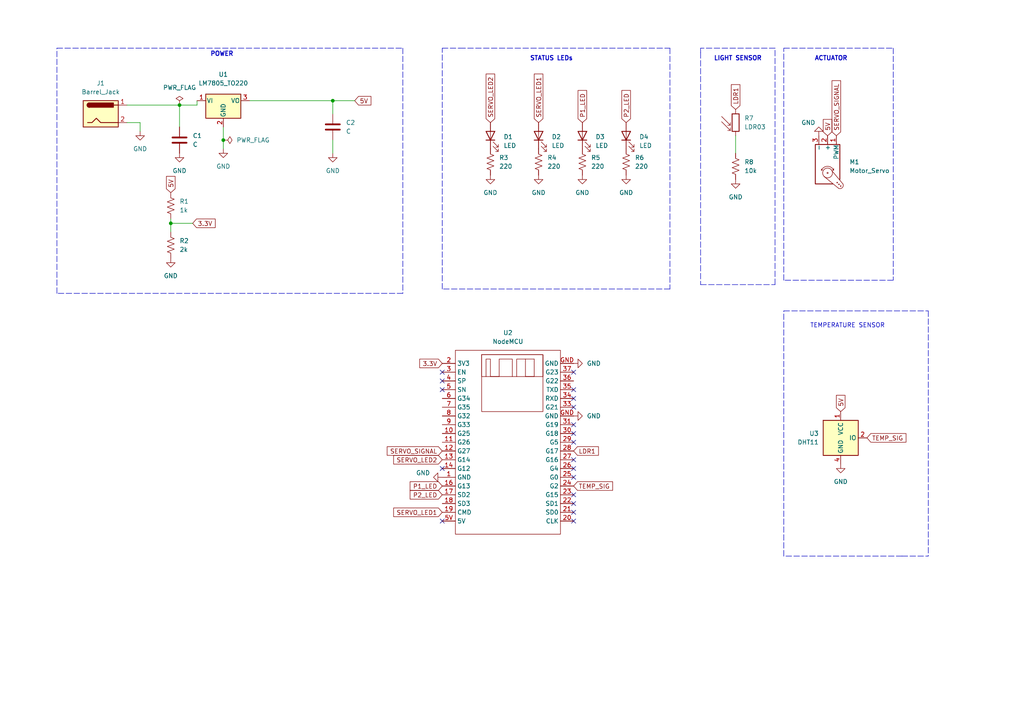
<source format=kicad_sch>
(kicad_sch (version 20211123) (generator eeschema)
  (paper "A4")
  (title_block (title "Process Status System For IC class") (date "2022-06-01") (rev "1") (company "JKUAT ECE 4.1/2022"))
  (lib_symbols
    (symbol "Connector:Barrel_Jack" (pin_names (offset 1.016))
      (property "Reference" "J" (at 0 5.334 0))
      (property "Value" "Barrel_Jack" (at 0 -5.08 0))
      (symbol "Barrel_Jack_0_1"
        (rectangle (start -5.08 3.81) (end 5.08 -3.81) (stroke (width 0.254)) (fill (type background)))
        (arc (start -3.302 3.175) (mid -3.937 2.54) (end -3.302 1.905) (stroke (width 0.254)))
        (arc (start -3.302 3.175) (mid -3.937 2.54) (end -3.302 1.905) (stroke (width 0.254)) (fill (type outline)))
        (polyline (pts (xy 5.08 2.54) (xy 3.81 2.54)) (stroke (width 0.254)))
        (polyline (pts (xy -3.81 -2.54) (xy -2.54 -2.54) (xy -1.27 -1.27) (xy 0 -2.54) (xy 2.54 -2.54) (xy 5.08 -2.54)) (stroke (width 0.254)))
        (rectangle (start 3.683 3.175) (end -3.302 1.905) (stroke (width 0.254)) (fill (type outline)))
      )
      (symbol "Barrel_Jack_1_1"
        (pin passive line (at 7.62 2.54 180) (length 2.54) (name "~") (number "1"))
        (pin passive line (at 7.62 -2.54 180) (length 2.54) (name "~") (number "2"))
      )
    )
    (symbol "DEV_BOARDS:NodeMCU"
      (property "Reference" "U" (at 13.97 3.81 0))
      (property "Value" "NodeMCU" (at 13.97 1.27 0))
      (symbol "NodeMCU_0_1"
        (polyline (pts (xy 20.32 -2.54) (xy 20.32 -7.62) (xy 22.86 -7.62) (xy 22.86 -2.54)))
        (polyline (pts (xy 22.86 -2.54) (xy 20.32 -2.54) (xy 17.78 -2.54) (xy 17.78 -7.62)))
        (polyline (pts (xy 8.89 -7.62) (xy 8.89 -2.54) (xy 10.16 -2.54) (xy 10.16 -7.62) (xy 12.7 -7.62) (xy 12.7 -2.54) (xy 16.51 -2.54) (xy 16.51 -7.62)))
        (rectangle (start 0 0) (end 30.48 -53.34))
        (rectangle (start 7.62 -1.27) (end 7.62 -1.27))
        (rectangle (start 7.62 -1.27) (end 7.62 -1.27))
        (rectangle (start 7.62 -1.27) (end 25.4 -17.78))
        (rectangle (start 25.4 -7.62) (end 7.62 -1.27))
      )
      (symbol "NodeMCU_1_1"
        (pin passive line (at -3.81 -36.83 0) (length 3.81) (name "GND") (number "1"))
        (pin passive line (at -3.81 -24.13 0) (length 3.81) (name "G25") (number "10"))
        (pin passive line (at -3.81 -26.67 0) (length 3.81) (name "G26") (number "11"))
        (pin passive line (at -3.81 -29.21 0) (length 3.81) (name "G27") (number "12"))
        (pin passive line (at -3.81 -31.75 0) (length 3.81) (name "G14") (number "13"))
        (pin passive line (at -3.81 -34.29 0) (length 3.81) (name "G12") (number "14"))
        (pin passive line (at -3.81 -39.37 0) (length 3.81) (name "G13") (number "16"))
        (pin passive line (at -3.81 -41.91 0) (length 3.81) (name "SD2") (number "17"))
        (pin passive line (at -3.81 -44.45 0) (length 3.81) (name "SD3") (number "18"))
        (pin passive line (at -3.81 -46.99 0) (length 3.81) (name "CMD") (number "19"))
        (pin passive line (at -3.81 -3.81 0) (length 3.81) (name "3V3") (number "2"))
        (pin passive line (at 34.29 -49.53 180) (length 3.81) (name "CLK") (number "20"))
        (pin passive line (at 34.29 -46.99 180) (length 3.81) (name "SD0") (number "21"))
        (pin passive line (at 34.29 -44.45 180) (length 3.81) (name "SD1") (number "22"))
        (pin passive line (at 34.29 -41.91 180) (length 3.81) (name "G15") (number "23"))
        (pin passive line (at 34.29 -39.37 180) (length 3.81) (name "G2") (number "24"))
        (pin passive line (at 34.29 -36.83 180) (length 3.81) (name "G0") (number "25"))
        (pin passive line (at 34.29 -34.29 180) (length 3.81) (name "G4") (number "26"))
        (pin passive line (at 34.29 -31.75 180) (length 3.81) (name "G16") (number "27"))
        (pin passive line (at 34.29 -29.21 180) (length 3.81) (name "G17") (number "28"))
        (pin passive line (at 34.29 -26.67 180) (length 3.81) (name "G5") (number "29"))
        (pin passive line (at -3.81 -6.35 0) (length 3.81) (name "EN") (number "3"))
        (pin passive line (at 34.29 -24.13 180) (length 3.81) (name "G18") (number "30"))
        (pin passive line (at 34.29 -21.59 180) (length 3.81) (name "G19") (number "31"))
        (pin passive line (at 34.29 -16.51 180) (length 3.81) (name "G21") (number "33"))
        (pin passive line (at 34.29 -13.97 180) (length 3.81) (name "RXD") (number "34"))
        (pin passive line (at 34.29 -11.43 180) (length 3.81) (name "TXD") (number "35"))
        (pin passive line (at 34.29 -8.89 180) (length 3.81) (name "G22") (number "36"))
        (pin passive line (at 34.29 -6.35 180) (length 3.81) (name "G23") (number "37"))
        (pin passive line (at -3.81 -8.89 0) (length 3.81) (name "SP") (number "4"))
        (pin passive line (at -3.81 -11.43 0) (length 3.81) (name "SN") (number "5"))
        (pin passive line (at -3.81 -49.53 0) (length 3.81) (name "5V") (number "5V"))
        (pin passive line (at -3.81 -13.97 0) (length 3.81) (name "G34") (number "6"))
        (pin passive line (at -3.81 -16.51 0) (length 3.81) (name "G35") (number "7"))
        (pin passive line (at -3.81 -19.05 0) (length 3.81) (name "G32") (number "8"))
        (pin passive line (at -3.81 -21.59 0) (length 3.81) (name "G33") (number "9"))
        (pin passive line (at 34.29 -19.05 180) (length 3.81) (name "GND") (number "GND"))
        (pin passive line (at 34.29 -3.81 180) (length 3.81) (name "GND") (number "GND"))
      )
    )
    (symbol "Device:C" (pin_numbers hide) (pin_names (offset 0.254))
      (property "Reference" "C" (at 0.635 2.54 0))
      (property "Value" "C" (at 0.635 -2.54 0))
      (symbol "C_0_1"
        (polyline (pts (xy -2.032 -0.762) (xy 2.032 -0.762)) (stroke (width 0.508)))
        (polyline (pts (xy -2.032 0.762) (xy 2.032 0.762)) (stroke (width 0.508)))
      )
      (symbol "C_1_1"
        (pin passive line (at 0 3.81 270) (length 2.794) (name "~") (number "1"))
        (pin passive line (at 0 -3.81 90) (length 2.794) (name "~") (number "2"))
      )
    )
    (symbol "Device:LED" (pin_numbers hide) (pin_names (offset 1.016) hide)
      (property "Reference" "D" (at 0 2.54 0))
      (property "Value" "LED" (at 0 -2.54 0))
      (symbol "LED_0_1"
        (polyline (pts (xy -1.27 -1.27) (xy -1.27 1.27)) (stroke (width 0.254)))
        (polyline (pts (xy -1.27 0) (xy 1.27 0)))
        (polyline (pts (xy 1.27 -1.27) (xy 1.27 1.27) (xy -1.27 0) (xy 1.27 -1.27)) (stroke (width 0.254)))
        (polyline (pts (xy -3.048 -0.762) (xy -4.572 -2.286) (xy -3.81 -2.286) (xy -4.572 -2.286) (xy -4.572 -1.524)))
        (polyline (pts (xy -1.778 -0.762) (xy -3.302 -2.286) (xy -2.54 -2.286) (xy -3.302 -2.286) (xy -3.302 -1.524)))
      )
      (symbol "LED_1_1"
        (pin passive line (at -3.81 0 0) (length 2.54) (name "K") (number "1"))
        (pin passive line (at 3.81 0 180) (length 2.54) (name "A") (number "2"))
      )
    )
    (symbol "Device:R_US" (pin_numbers hide) (pin_names (offset 0))
      (property "Reference" "R" (at 2.54 0 90))
      (property "Value" "R_US" (at -2.54 0 90))
      (symbol "R_US_0_1"
        (polyline (pts (xy 0 -2.286) (xy 0 -2.54)))
        (polyline (pts (xy 0 2.286) (xy 0 2.54)))
        (polyline (pts (xy 0 -0.762) (xy 1.016 -1.143) (xy 0 -1.524) (xy -1.016 -1.905) (xy 0 -2.286)))
        (polyline (pts (xy 0 0.762) (xy 1.016 0.381) (xy 0 0) (xy -1.016 -0.381) (xy 0 -0.762)))
        (polyline (pts (xy 0 2.286) (xy 1.016 1.905) (xy 0 1.524) (xy -1.016 1.143) (xy 0 0.762)))
      )
      (symbol "R_US_1_1"
        (pin passive line (at 0 3.81 270) (length 1.27) (name "~") (number "1"))
        (pin passive line (at 0 -3.81 90) (length 1.27) (name "~") (number "2"))
      )
    )
    (symbol "Motor:Motor_Servo" (pin_names (offset 0.0254))
      (property "Reference" "M" (at -5.08 4.445 0))
      (property "Value" "Motor_Servo" (at -5.08 -4.064 0))
      (symbol "Motor_Servo_0_1"
        (polyline (pts (xy 2.413 -1.778) (xy 2.032 -1.778)))
        (polyline (pts (xy 2.413 -1.778) (xy 2.286 -1.397)))
        (polyline (pts (xy 2.413 1.778) (xy 1.905 1.778)))
        (polyline (pts (xy 2.413 1.778) (xy 2.286 1.397)))
        (polyline (pts (xy 6.35 4.445) (xy 2.54 1.27)))
        (polyline (pts (xy 7.62 3.175) (xy 4.191 -1.016)))
        (polyline (pts (xy 5.08 3.556) (xy -5.08 3.556) (xy -5.08 -3.556) (xy 6.35 -3.556) (xy 6.35 1.524)) (stroke (width 0.254)))
        (arc (start 2.413 1.778) (mid 1.2406 0) (end 2.413 -1.778))
        (circle (center 3.175 0) (radius 0.1778))
        (circle (center 3.175 0) (radius 1.4224))
        (circle (center 5.969 2.794) (radius 0.127))
        (circle (center 6.477 3.302) (radius 0.127))
        (circle (center 6.985 3.81) (radius 0.127))
        (arc (start 7.62 3.175) (mid 7.4485 4.2735) (end 6.35 4.445))
      )
      (symbol "Motor_Servo_1_1"
        (pin passive line (at -7.62 2.54 0) (length 2.54) (name "PWM") (number "1"))
        (pin passive line (at -7.62 0 0) (length 2.54) (name "+") (number "2"))
        (pin passive line (at -7.62 -2.54 0) (length 2.54) (name "-") (number "3"))
      )
    )
    (symbol "Regulator_Linear:LM7805_TO220" (pin_names (offset 0.254))
      (property "Reference" "U" (at -3.81 3.175 0))
      (property "Value" "LM7805_TO220" (at 0 3.175 0))
      (symbol "LM7805_TO220_0_1"
        (rectangle (start -5.08 1.905) (end 5.08 -5.08) (stroke (width 0.254)) (fill (type background)))
      )
      (symbol "LM7805_TO220_1_1"
        (pin power_in line (at -7.62 0 0) (length 2.54) (name "VI") (number "1"))
        (pin power_in line (at 0 -7.62 90) (length 2.54) (name "GND") (number "2"))
        (pin power_out line (at 7.62 0 180) (length 2.54) (name "VO") (number "3"))
      )
    )
    (symbol "Sensor:DHT11"
      (property "Reference" "U" (at -3.81 6.35 0))
      (property "Value" "DHT11" (at 3.81 6.35 0))
      (symbol "DHT11_0_1"
        (rectangle (start -5.08 5.08) (end 5.08 -5.08) (stroke (width 0.254)) (fill (type background)))
      )
      (symbol "DHT11_1_1"
        (pin power_in line (at 0 7.62 270) (length 2.54) (name "VCC") (number "1"))
        (pin bidirectional line (at 7.62 0 180) (length 2.54) (name "IO") (number "2"))
        (pin no_connect line (at -5.08 0 0) (length 2.54) hide (name "NC") (number "3"))
        (pin power_in line (at 0 -7.62 90) (length 2.54) (name "GND") (number "4"))
      )
    )
    (symbol "Sensor_Optical:LDR03" (pin_numbers hide) (pin_names (offset 0))
      (property "Reference" "R" (at -5.08 0 90))
      (property "Value" "LDR03" (at 1.905 0 90))
      (symbol "LDR03_0_1"
        (rectangle (start -1.016 2.54) (end 1.016 -2.54) (stroke (width 0.254)))
        (polyline (pts (xy -1.524 -2.286) (xy -4.064 0.254)))
        (polyline (pts (xy -1.524 -2.286) (xy -2.286 -2.286)))
        (polyline (pts (xy -1.524 -2.286) (xy -1.524 -1.524)))
        (polyline (pts (xy -1.524 -0.762) (xy -4.064 1.778)))
        (polyline (pts (xy -1.524 -0.762) (xy -2.286 -0.762)))
        (polyline (pts (xy -1.524 -0.762) (xy -1.524 0)))
      )
      (symbol "LDR03_1_1"
        (pin passive line (at 0 3.81 270) (length 1.27) (name "~") (number "1"))
        (pin passive line (at 0 -3.81 90) (length 1.27) (name "~") (number "2"))
      )
    )
    (symbol "power:GND" (power) (pin_names (offset 0))
      (property "Value" "GND" (at 0 -3.81 0))
      (symbol "GND_0_1"
        (polyline (pts (xy 0 0) (xy 0 -1.27) (xy 1.27 -1.27) (xy 0 -2.54) (xy -1.27 -1.27) (xy 0 -1.27)))
      )
      (symbol "GND_1_1"
        (pin power_in line (at 0 0 270) (length 0) hide (name "GND") (number "1"))
      )
    )
    (symbol "power:PWR_FLAG" (power) (pin_numbers hide) (pin_names (offset 0) hide)
      (property "Value" "PWR_FLAG" (at 0 3.81 0))
      (symbol "PWR_FLAG_0_0"
        (pin power_out line (at 0 0 90) (length 0) (name "pwr") (number "1"))
      )
      (symbol "PWR_FLAG_0_1"
        (polyline (pts (xy 0 0) (xy 0 1.27) (xy -1.016 1.905) (xy 0 2.54) (xy 1.016 1.905) (xy 0 1.27)))
      )
    )
  )
  (junction (at 64.77 40.64))
  (junction (at 96.52 29.21))
  (junction (at 49.53 64.77))
  (junction (at 52.07 30.48))
  (no_connect (at 166.37 125.73))
  (no_connect (at 166.37 143.51))
  (no_connect (at 128.27 151.13))
  (no_connect (at 166.37 148.59))
  (no_connect (at 166.37 151.13))
  (no_connect (at 166.37 113.03))
  (no_connect (at 166.37 146.05))
  (no_connect (at 166.37 115.57))
  (no_connect (at 166.37 107.95))
  (no_connect (at 166.37 123.19))
  (no_connect (at 166.37 128.27))
  (no_connect (at 128.27 107.95))
  (no_connect (at 166.37 133.35))
  (no_connect (at 166.37 135.89))
  (no_connect (at 128.27 135.89))
  (no_connect (at 128.27 110.49))
  (no_connect (at 166.37 138.43))
  (no_connect (at 166.37 118.11))
  (no_connect (at 128.27 113.03))
  (polyline (pts (xy 116.84 13.97) (xy 116.84 85.09)))
  (polyline (pts (xy 128.27 13.97) (xy 133.35 13.97)))
  (wire (pts (xy 49.53 63.5) (xy 49.53 64.77)))
  (wire (pts (xy 36.83 35.56) (xy 40.64 35.56)))
  (polyline (pts (xy 203.2 13.97) (xy 203.2 15.24)))
  (polyline (pts (xy 203.2 15.24) (xy 203.2 82.55)))
  (polyline (pts (xy 261.62 161.29) (xy 269.24 161.29)))
  (wire (pts (xy 52.07 30.48) (xy 57.15 30.48)))
  (polyline (pts (xy 16.51 13.97) (xy 116.84 13.97)))
  (wire (pts (xy 96.52 29.21) (xy 96.52 33.02)))
  (wire (pts (xy 52.07 30.48) (xy 52.07 36.83)))
  (polyline (pts (xy 194.31 13.97) (xy 194.31 83.82)))
  (wire (pts (xy 96.52 29.21) (xy 102.87 29.21)))
  (polyline (pts (xy 116.84 85.09) (xy 16.51 85.09)))
  (wire (pts (xy 64.77 36.83) (xy 64.77 40.64)))
  (polyline (pts (xy 259.08 81.28) (xy 227.33 81.28)))
  (wire (pts (xy 64.77 40.64) (xy 64.77 43.18)))
  (polyline (pts (xy 194.31 83.82) (xy 128.27 83.82)))
  (polyline (pts (xy 224.79 13.97) (xy 203.2 13.97)))
  (polyline (pts (xy 259.08 13.97) (xy 259.08 81.28)))
  (polyline (pts (xy 227.33 90.17) (xy 269.24 90.17)))
  (polyline (pts (xy 128.27 83.82) (xy 128.27 13.97)))
  (wire (pts (xy 40.64 35.56) (xy 40.64 38.1)))
  (polyline (pts (xy 227.33 81.28) (xy 227.33 13.97)))
  (wire (pts (xy 213.36 39.37) (xy 213.36 44.45)))
  (polyline (pts (xy 261.62 161.29) (xy 227.33 161.29)))
  (wire (pts (xy 36.83 30.48) (xy 52.07 30.48)))
  (wire (pts (xy 49.53 64.77) (xy 49.53 67.31)))
  (polyline (pts (xy 203.2 82.55) (xy 224.79 82.55)))
  (polyline (pts (xy 16.51 85.09) (xy 16.51 13.97)))
  (wire (pts (xy 49.53 64.77) (xy 55.88 64.77)))
  (wire (pts (xy 96.52 40.64) (xy 96.52 44.45)))
  (wire (pts (xy 72.39 29.21) (xy 96.52 29.21)))
  (polyline (pts (xy 227.33 161.29) (xy 227.33 90.17)))
  (polyline (pts (xy 133.35 13.97) (xy 194.31 13.97)))
  (polyline (pts (xy 224.79 82.55) (xy 224.79 13.97)))
  (polyline (pts (xy 227.33 13.97) (xy 259.08 13.97)))
  (polyline (pts (xy 269.24 90.17) (xy 269.24 161.29)))
  (wire (pts (xy 57.15 30.48) (xy 57.15 29.21)))
  (text "LIGHT SENSOR\n" (at 207.01 17.78 0) (effects (font (size 1.27 1.27) bold) (justify left bottom)))
  (text "ACTUATOR\n" (at 236.22 17.78 0) (effects (font (size 1.27 1.27) (thickness 0.254) bold) (justify left bottom)))
  (text "POWER" (at 60.96 16.51 0) (effects (font (size 1.27 1.27) bold) (justify left bottom)))
  (text "STATUS LEDs" (at 153.67 17.78 0) (effects (font (size 1.27 1.27) bold) (justify left bottom)))
  (text "TEMPERATURE SENSOR" (at 234.95 95.25 0) (effects (font (size 1.27 1.27)) (justify left bottom)))
  (global_label "TEMP_SIG" (shape input) (at 251.46 127 0) (property "Intersheet References" "${INTERSHEET_REFS}" (effects hide)))
  (global_label "SERVO_LED2" (shape input) (at 142.24 35.56 90) (property "Intersheet References" "${INTERSHEET_REFS}" (effects hide)))
  (global_label "5V" (shape input) (at 102.87 29.21 0) (property "Intersheet References" "${INTERSHEET_REFS}" (effects hide)))
  (global_label "SERVO_LED2" (shape input) (at 128.27 133.35 180) (property "Intersheet References" "${INTERSHEET_REFS}" (effects hide)))
  (global_label "5V" (shape input) (at 49.53 55.88 90) (property "Intersheet References" "${INTERSHEET_REFS}" (effects hide)))
  (global_label "TEMP_SIG" (shape input) (at 166.37 140.97 0) (property "Intersheet References" "${INTERSHEET_REFS}" (effects hide)))
  (global_label "P1_LED" (shape input) (at 128.27 140.97 180) (property "Intersheet References" "${INTERSHEET_REFS}" (effects hide)))
  (global_label "P2_LED" (shape input) (at 128.27 143.51 180) (property "Intersheet References" "${INTERSHEET_REFS}" (effects hide)))
  (global_label "SERVO_LED1" (shape input) (at 156.21 35.56 90) (property "Intersheet References" "${INTERSHEET_REFS}" (effects hide)))
  (global_label "LDR1" (shape input) (at 166.37 130.81 0) (property "Intersheet References" "${INTERSHEET_REFS}" (effects hide)))
  (global_label "3.3V" (shape input) (at 55.88 64.77 0) (property "Intersheet References" "${INTERSHEET_REFS}" (effects hide)))
  (global_label "P1_LED" (shape input) (at 168.91 35.56 90) (property "Intersheet References" "${INTERSHEET_REFS}" (effects hide)))
  (global_label "5V" (shape input) (at 240.03 39.37 90) (property "Intersheet References" "${INTERSHEET_REFS}" (effects hide)))
  (global_label "SERVO_LED1" (shape input) (at 128.27 148.59 180) (property "Intersheet References" "${INTERSHEET_REFS}" (effects hide)))
  (global_label "P2_LED" (shape input) (at 181.61 35.56 90) (property "Intersheet References" "${INTERSHEET_REFS}" (effects hide)))
  (global_label "LDR1" (shape input) (at 213.36 31.75 90) (property "Intersheet References" "${INTERSHEET_REFS}" (effects hide)))
  (global_label "SERVO_SIGNAL" (shape input) (at 128.27 130.81 180) (property "Intersheet References" "${INTERSHEET_REFS}" (effects hide)))
  (global_label "3.3V" (shape input) (at 128.27 105.41 180) (property "Intersheet References" "${INTERSHEET_REFS}" (effects hide)))
  (global_label "SERVO_SIGNAL" (shape input) (at 242.57 39.37 90) (property "Intersheet References" "${INTERSHEET_REFS}" (effects hide)))
  (global_label "5V" (shape input) (at 243.84 119.38 90) (property "Intersheet References" "${INTERSHEET_REFS}" (effects hide)))
  (symbol (lib_id "power:PWR_FLAG") (at 52.07 30.48 0) (unit 1)
    (property "Reference" "#FLG01" (effects hide))
    (property "Value" "PWR_FLAG" (at 52.07 25.4 0))
  )
  (symbol (lib_id "Device:R_US") (at 213.36 48.26 0) (unit 1)
    (property "Reference" "R8" (at 215.9 46.9899 0) (effects (justify left)))
    (property "Value" "10k" (at 215.9 49.5299 0) (effects (justify left)))
    (property "Footprint" "Resistor_THT:R_Axial_DIN0204_L3.6mm_D1.6mm_P7.62mm_Horizontal" (effects hide))
  )
  (symbol (lib_id "power:GND") (at 181.61 50.8 0) (unit 1)
    (property "Reference" "#PWR09" (effects hide))
    (property "Value" "GND" (at 181.61 55.88 0))
  )
  (symbol (lib_id "power:PWR_FLAG") (at 64.77 40.64 270) (unit 1)
    (property "Reference" "#FLG0101" (effects hide))
    (property "Value" "PWR_FLAG" (at 68.58 40.6399 90) (effects (justify left)))
  )
  (symbol (lib_id "power:GND") (at 243.84 134.62 0) (unit 1)
    (property "Reference" "#PWR015" (effects hide))
    (property "Value" "GND" (at 243.84 139.7 0))
  )
  (symbol (lib_id "power:GND") (at 142.24 50.8 0) (unit 1)
    (property "Reference" "#PWR06" (effects hide))
    (property "Value" "GND" (at 142.24 55.88 0))
  )
  (symbol (lib_id "power:GND") (at 166.37 120.65 90) (unit 1)
    (property "Reference" "#PWR014" (effects hide))
    (property "Value" "GND" (at 170.18 120.6499 90) (effects (justify right)))
  )
  (symbol (lib_id "power:GND") (at 166.37 105.41 90) (unit 1)
    (property "Reference" "#PWR013" (effects hide))
    (property "Value" "GND" (at 170.18 105.4099 90) (effects (justify right)))
  )
  (symbol (lib_id "power:GND") (at 64.77 43.18 0) (unit 1)
    (property "Reference" "#PWR04" (effects hide))
    (property "Value" "GND" (at 64.77 48.26 0))
  )
  (symbol (lib_id "Motor:Motor_Servo") (at 240.03 46.99 270) (unit 1)
    (property "Reference" "M1" (at 246.38 46.9787 90) (effects (justify left)))
    (property "Value" "Motor_Servo" (at 246.38 49.5187 90) (effects (justify left)))
    (property "Footprint" "Connector_PinHeader_2.54mm:PinHeader_1x03_P2.54mm_Vertical" (effects hide))
    (property "Datasheet" "http://forums.parallax.com/uploads/attachments/46831/74481.png" (effects hide))
  )
  (symbol (lib_id "Device:R_US") (at 49.53 59.69 0) (unit 1)
    (property "Reference" "R1" (at 52.07 58.4199 0) (effects (justify left)))
    (property "Value" "1k" (at 52.07 60.9599 0) (effects (justify left)))
    (property "Footprint" "Resistor_THT:R_Axial_DIN0204_L3.6mm_D1.6mm_P7.62mm_Horizontal" (effects hide))
  )
  (symbol (lib_id "power:GND") (at 52.07 44.45 0) (unit 1)
    (property "Reference" "#PWR03" (effects hide))
    (property "Value" "GND" (at 52.07 49.53 0))
  )
  (symbol (lib_id "Device:R_US") (at 142.24 46.99 0) (unit 1)
    (property "Reference" "R3" (at 144.78 45.7199 0) (effects (justify left)))
    (property "Value" "220" (at 144.78 48.2599 0) (effects (justify left)))
    (property "Footprint" "Resistor_THT:R_Axial_DIN0204_L3.6mm_D1.6mm_P7.62mm_Horizontal" (effects hide))
  )
  (symbol (lib_id "power:GND") (at 156.21 50.8 0) (unit 1)
    (property "Reference" "#PWR07" (effects hide))
    (property "Value" "GND" (at 156.21 55.88 0))
  )
  (symbol (lib_id "Device:LED") (at 168.91 39.37 90) (unit 1)
    (property "Reference" "D3" (at 172.72 39.6874 90) (effects (justify right)))
    (property "Value" "LED" (at 172.72 42.2274 90) (effects (justify right)))
    (property "Footprint" "LED_THT:LED_D5.0mm" (effects hide))
  )
  (symbol (lib_id "DEV_BOARDS:NodeMCU") (at 132.08 101.6 0) (unit 1)
    (property "Reference" "U2" (at 147.32 96.52 0))
    (property "Value" "NodeMCU" (at 147.32 99.06 0))
    (property "Footprint" "NodeMCU-DEVKITV1:ESP32-DOIT-DEVKIT" (effects hide))
  )
  (symbol (lib_id "Regulator_Linear:LM7805_TO220") (at 64.77 29.21 0) (unit 1)
    (property "Reference" "U1" (at 64.77 21.59 0))
    (property "Value" "LM7805_TO220" (at 64.77 24.13 0))
    (property "Footprint" "Package_TO_SOT_THT:TO-220-3_Vertical" (effects hide))
    (property "Datasheet" "https://www.onsemi.cn/PowerSolutions/document/MC7800-D.PDF" (effects hide))
  )
  (symbol (lib_id "Device:LED") (at 156.21 39.37 90) (unit 1)
    (property "Reference" "D2" (at 160.02 39.6874 90) (effects (justify right)))
    (property "Value" "LED" (at 160.02 42.2274 90) (effects (justify right)))
    (property "Footprint" "LED_THT:LED_D5.0mm" (effects hide))
  )
  (symbol (lib_id "Sensor:DHT11") (at 243.84 127 0) (unit 1)
    (property "Reference" "U3" (at 237.49 125.7299 0) (effects (justify right)))
    (property "Value" "DHT11" (at 237.49 128.2699 0) (effects (justify right)))
    (property "Footprint" "Sensor:Aosong_DHT11_5.5x12.0_P2.54mm" (effects hide))
    (property "Datasheet" "http://akizukidenshi.com/download/ds/aosong/DHT11.pdf" (effects hide))
  )
  (symbol (lib_id "power:GND") (at 40.64 38.1 0) (unit 1)
    (property "Reference" "#PWR01" (effects hide))
    (property "Value" "GND" (at 40.64 43.18 0))
  )
  (symbol (lib_id "Connector:Barrel_Jack") (at 29.21 33.02 0) (unit 1)
    (property "Reference" "J1" (at 29.21 24.13 0))
    (property "Value" "Barrel_Jack" (at 29.21 26.67 0))
    (property "Footprint" "Connector_BarrelJack:BarrelJack_GCT_DCJ200-10-A_Horizontal" (effects hide))
  )
  (symbol (lib_id "Device:C") (at 96.52 36.83 0) (unit 1)
    (property "Reference" "C2" (at 100.33 35.5599 0) (effects (justify left)))
    (property "Value" "C" (at 100.33 38.0999 0) (effects (justify left)))
    (property "Footprint" "Capacitor_THT:CP_Radial_D8.0mm_P2.50mm" (effects hide))
  )
  (symbol (lib_id "power:GND") (at 168.91 50.8 0) (unit 1)
    (property "Reference" "#PWR08" (effects hide))
    (property "Value" "GND" (at 168.91 55.88 0))
  )
  (symbol (lib_id "Device:R_US") (at 49.53 71.12 0) (unit 1)
    (property "Reference" "R2" (at 52.07 69.8499 0) (effects (justify left)))
    (property "Value" "2k" (at 52.07 72.3899 0) (effects (justify left)))
    (property "Footprint" "Resistor_THT:R_Axial_DIN0204_L3.6mm_D1.6mm_P7.62mm_Horizontal" (effects hide))
  )
  (symbol (lib_id "Device:C") (at 52.07 40.64 0) (unit 1)
    (property "Reference" "C1" (at 55.88 39.3699 0) (effects (justify left)))
    (property "Value" "C" (at 55.88 41.9099 0) (effects (justify left)))
    (property "Footprint" "Capacitor_THT:CP_Radial_D8.0mm_P2.50mm" (effects hide))
  )
  (symbol (lib_id "power:GND") (at 96.52 44.45 0) (unit 1)
    (property "Reference" "#PWR05" (effects hide))
    (property "Value" "GND" (at 96.52 49.53 0))
  )
  (symbol (lib_id "Device:R_US") (at 168.91 46.99 0) (unit 1)
    (property "Reference" "R5" (at 171.45 45.7199 0) (effects (justify left)))
    (property "Value" "220" (at 171.45 48.2599 0) (effects (justify left)))
    (property "Footprint" "Resistor_THT:R_Axial_DIN0204_L3.6mm_D1.6mm_P7.62mm_Horizontal" (effects hide))
  )
  (symbol (lib_id "power:GND") (at 49.53 74.93 0) (unit 1)
    (property "Reference" "#PWR02" (effects hide))
    (property "Value" "GND" (at 49.53 80.01 0))
  )
  (symbol (lib_id "Device:LED") (at 181.61 39.37 90) (unit 1)
    (property "Reference" "D4" (at 185.42 39.6874 90) (effects (justify right)))
    (property "Value" "LED" (at 185.42 42.2274 90) (effects (justify right)))
    (property "Footprint" "LED_THT:LED_D5.0mm" (effects hide))
  )
  (symbol (lib_id "Device:LED") (at 142.24 39.37 90) (unit 1)
    (property "Reference" "D1" (at 146.05 39.6874 90) (effects (justify right)))
    (property "Value" "LED" (at 146.05 42.2274 90) (effects (justify right)))
    (property "Footprint" "LED_THT:LED_D5.0mm" (effects hide))
  )
  (symbol (lib_id "Sensor_Optical:LDR03") (at 213.36 35.56 0) (unit 1)
    (property "Reference" "R7" (at 215.9 34.2899 0) (effects (justify left)))
    (property "Value" "LDR03" (at 215.9 36.8299 0) (effects (justify left)))
    (property "Footprint" "OptoDevice:R_LDR_10x8.5mm_P7.6mm_Vertical" (effects hide))
    (property "Datasheet" "http://www.elektronica-componenten.nl/WebRoot/StoreNL/Shops/61422969/54F1/BA0C/C664/31B9/2173/C0A8/2AB9/2AEF/LDR03IMP.pdf" (effects hide))
  )
  (symbol (lib_id "Device:R_US") (at 181.61 46.99 0) (unit 1)
    (property "Reference" "R6" (at 184.15 45.7199 0) (effects (justify left)))
    (property "Value" "220" (at 184.15 48.2599 0) (effects (justify left)))
    (property "Footprint" "Resistor_THT:R_Axial_DIN0204_L3.6mm_D1.6mm_P7.62mm_Horizontal" (effects hide))
  )
  (symbol (lib_id "Device:R_US") (at 156.21 46.99 0) (unit 1)
    (property "Reference" "R4" (at 158.75 45.7199 0) (effects (justify left)))
    (property "Value" "220" (at 158.75 48.2599 0) (effects (justify left)))
    (property "Footprint" "Resistor_THT:R_Axial_DIN0204_L3.6mm_D1.6mm_P7.62mm_Horizontal" (effects hide))
  )
  (symbol (lib_id "power:GND") (at 213.36 52.07 0) (unit 1)
    (property "Reference" "#PWR010" (effects hide))
    (property "Value" "GND" (at 213.36 57.15 0))
  )
  (symbol (lib_id "power:GND") (at 237.49 39.37 180) (unit 1)
    (property "Reference" "#PWR011" (effects hide))
    (property "Value" "GND" (at 232.41 35.56 0) (effects (justify right)))
  )
  (symbol (lib_id "power:GND") (at 128.27 138.43 270) (unit 1)
    (property "Reference" "#PWR012" (effects hide))
    (property "Value" "GND" (at 120.65 137.16 90) (effects (justify left)))
  )
)
</source>
